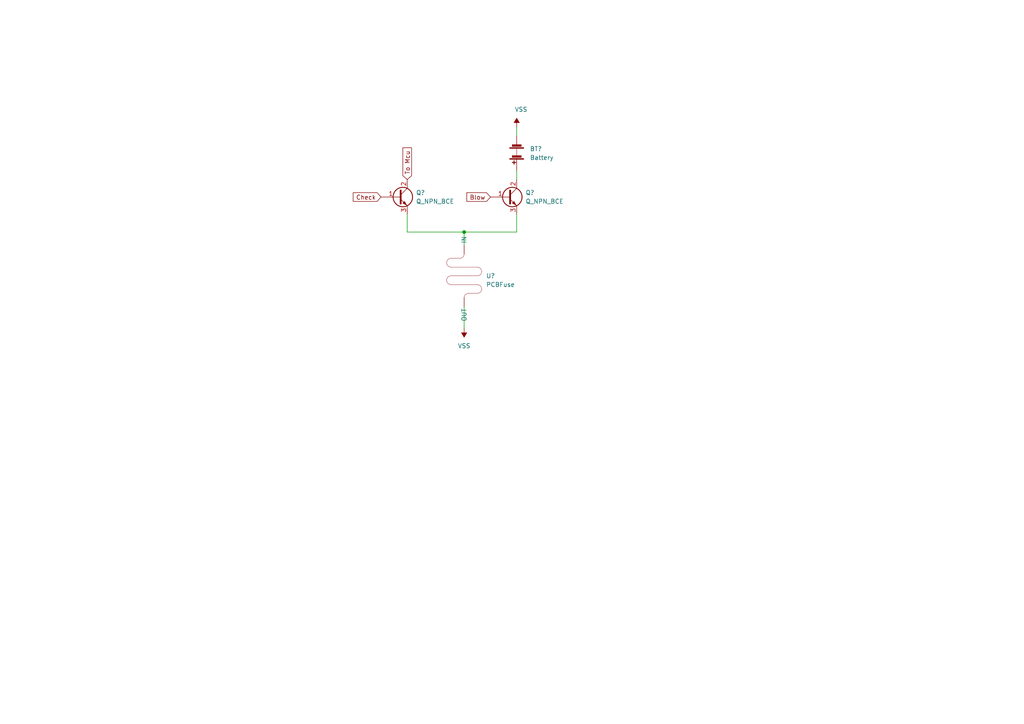
<source format=kicad_sch>
(kicad_sch (version 20210126) (generator eeschema)
  (paper "A4")
  (lib_symbols
    (symbol "Device:Battery" (pin_numbers hide) (pin_names (offset 0) hide)
      (property "Reference" "BT" (at 2.54 2.54 0))
      (property "Value" "Battery" (at 2.54 0 0))
      (symbol "Battery_0_1"
        (rectangle (start -2.032 -1.397) (end 2.032 -1.651) (fill (type outline)))
        (rectangle (start -2.032 1.778) (end 2.032 1.524) (fill (type outline)))
        (rectangle (start -1.3208 -1.9812) (end 1.27 -2.4892) (fill (type outline)))
        (rectangle (start -1.3208 1.1938) (end 1.27 0.6858) (fill (type outline)))
        (polyline (pts (xy 0 -1.524) (xy 0 -1.27)))
        (polyline (pts (xy 0 -1.016) (xy 0 -0.762)))
        (polyline (pts (xy 0 -0.508) (xy 0 -0.254)))
        (polyline (pts (xy 0 0) (xy 0 0.254)))
        (polyline (pts (xy 0 0.508) (xy 0 0.762)))
        (polyline (pts (xy 0 1.778) (xy 0 2.54)))
        (polyline (pts (xy 0.254 2.667) (xy 1.27 2.667)) (stroke (width 0.254)))
        (polyline (pts (xy 0.762 3.175) (xy 0.762 2.159)) (stroke (width 0.254)))
      )
      (symbol "Battery_1_1"
        (pin passive line (at 0 5.08 270) (length 2.54) (name "+") (number "1"))
        (pin passive line (at 0 -5.08 90) (length 2.54) (name "-") (number "2"))
      )
    )
    (symbol "Device:Q_NPN_BCE" (pin_names (offset 0) hide)
      (property "Reference" "Q" (at 5.08 1.27 0))
      (property "Value" "Q_NPN_BCE" (at 5.08 -1.27 0))
      (symbol "Q_NPN_BCE_0_1"
        (circle (center 1.27 0) (radius 2.8194) (stroke (width 0.254)))
        (polyline (pts (xy 0.635 0.635) (xy 2.54 2.54)))
        (polyline (pts (xy 0.635 -0.635) (xy 2.54 -2.54) (xy 2.54 -2.54)))
        (polyline (pts (xy 0.635 1.905) (xy 0.635 -1.905) (xy 0.635 -1.905)) (stroke (width 0.508)))
        (polyline (pts (xy 1.27 -1.778) (xy 1.778 -1.27) (xy 2.286 -2.286) (xy 1.27 -1.778) (xy 1.27 -1.778)) (fill (type outline)))
      )
      (symbol "Q_NPN_BCE_1_1"
        (pin input line (at -5.08 0 0) (length 5.715) (name "B") (number "1"))
        (pin passive line (at 2.54 5.08 270) (length 2.54) (name "C") (number "2"))
        (pin passive line (at 2.54 -5.08 90) (length 2.54) (name "E") (number "3"))
      )
    )
    (symbol "PCBFuse:PCBFuse"
      (property "Reference" "U" (at -8.89 7.62 0))
      (property "Value" "PCBFuse" (at -6.35 10.16 0))
      (symbol "PCBFuse_0_1"
        (arc (start -3.81 6.35) (end -5.08 5.08) (radius (at -3.81 5.08) (length 1.27) (angles 90 180)) (stroke (width 0.0006)))
        (arc (start -5.08 5.08) (end -3.81 3.81) (radius (at -3.81 5.08) (length 1.27) (angles 180 -90)) (stroke (width 0.0006)))
        (arc (start -1.27 6.35) (end 0 7.62) (radius (at -1.27 7.62) (length 1.27) (angles -90 0)) (stroke (width 0.0006)))
        (arc (start 3.81 3.81) (end 5.08 2.54) (radius (at 3.81 2.54) (length 1.27) (angles 90 0)) (stroke (width 0.0006)))
        (arc (start 5.08 2.54) (end 3.81 1.27) (radius (at 3.81 2.54) (length 1.27) (angles 0 -90)) (stroke (width 0.0006)))
        (arc (start -3.81 1.27) (end -5.08 0) (radius (at -3.81 0) (length 1.27) (angles 90 180)) (stroke (width 0.0006)))
        (arc (start -5.08 0) (end -3.81 -1.27) (radius (at -3.81 0) (length 1.27) (angles 180 -90)) (stroke (width 0.0006)))
        (arc (start 5.08 -2.54) (end 3.81 -3.81) (radius (at 3.81 -2.54) (length 1.27) (angles 0 -90)) (stroke (width 0.0006)))
        (arc (start 3.81 -1.27) (end 5.08 -2.54) (radius (at 3.81 -2.54) (length 1.27) (angles 90 0)) (stroke (width 0.0006)))
        (arc (start 1.27 -3.81) (end 1.27 -3.81) (radius (at 1.27 -3.81) (length 0) (angles 0 0)) (stroke (width 0.0006)))
        (arc (start 0 -5.08) (end 1.27 -3.81) (radius (at 1.27 -5.08) (length 1.27) (angles 180 90)) (stroke (width 0.0006)))
        (polyline (pts (xy -3.81 6.35) (xy -1.27 6.35)) (stroke (width 0.0006)))
        (polyline (pts (xy -3.81 3.81) (xy 3.81 3.81)) (stroke (width 0.0006)))
        (polyline (pts (xy -3.81 1.27) (xy 3.81 1.27)) (stroke (width 0.0006)))
        (polyline (pts (xy -3.81 -1.27) (xy 3.81 -1.27)) (stroke (width 0.0006)))
        (polyline (pts (xy 3.81 -3.81) (xy 1.27 -3.81)) (stroke (width 0.0006)))
      )
      (symbol "PCBFuse_1_1"
        (pin input line (at 0 7.62 90) (length 2.54) (name "IN") (number ""))
        (pin input line (at 0 -5.08 270) (length 2.54) (name "OUT") (number ""))
      )
    )
    (symbol "power:VSS" (power) (pin_names (offset 0))
      (property "Value" "VSS" (at 0 3.81 0))
      (symbol "VSS_0_1"
        (polyline (pts (xy 0 0) (xy 0 2.54)))
        (polyline (pts (xy 0.762 1.27) (xy -0.762 1.27) (xy 0 2.54) (xy 0.762 1.27)) (fill (type outline)))
      )
      (symbol "VSS_1_1"
        (pin power_in line (at 0 0 90) (length 0) hide (name "VSS") (number "1"))
      )
    )
  )
  (junction (at 134.62 67.31) (diameter 0.9144))
  (wire (pts (xy 118.11 62.23) (xy 118.11 67.31)))
  (wire (pts (xy 118.11 67.31) (xy 134.62 67.31)))
  (wire (pts (xy 134.62 67.31) (xy 134.62 71.12)))
  (wire (pts (xy 134.62 88.9) (xy 134.62 95.25)))
  (wire (pts (xy 149.86 36.83) (xy 149.86 39.37)))
  (wire (pts (xy 149.86 49.53) (xy 149.86 52.07)))
  (wire (pts (xy 149.86 62.23) (xy 149.86 67.31)))
  (wire (pts (xy 149.86 67.31) (xy 134.62 67.31)))
  (global_label "Check" (shape input) (at 110.49 57.15 180) (property "Intersheet References" "${INTERSHEET_REFS}" (effects hide)))
  (global_label "To Mcu" (shape input) (at 118.11 52.07 90) (property "Intersheet References" "${INTERSHEET_REFS}" (effects hide)))
  (global_label "Blow" (shape input) (at 142.24 57.15 180) (property "Intersheet References" "${INTERSHEET_REFS}" (effects hide)))
  (symbol (lib_id "power:VSS") (at 134.62 95.25 180) (unit 1)
    (property "Reference" "#PWR?" (effects hide))
    (property "Value" "VSS" (at 134.62 100.33 0))
  )
  (symbol (lib_id "power:VSS") (at 149.86 36.83 0) (unit 1)
    (property "Reference" "#PWR?" (effects hide))
    (property "Value" "VSS" (at 151.13 31.75 0))
  )
  (symbol (lib_id "Device:Battery") (at 149.86 44.45 180) (unit 1)
    (property "Reference" "BT?" (at 153.67 43.18 0) (effects (justify right)))
    (property "Value" "Battery" (at 153.67 45.72 0) (effects (justify right)))
  )
  (symbol (lib_id "Device:Q_NPN_BCE") (at 115.57 57.15 0) (unit 1)
    (property "Reference" "Q?" (at 120.65 55.88 0) (effects (justify left)))
    (property "Value" "Q_NPN_BCE" (at 120.65 58.42 0) (effects (justify left)))
  )
  (symbol (lib_id "Device:Q_NPN_BCE") (at 147.32 57.15 0) (unit 1)
    (property "Reference" "Q?" (at 152.4 55.88 0) (effects (justify left)))
    (property "Value" "Q_NPN_BCE" (at 152.4 58.42 0) (effects (justify left)))
  )
  (symbol (lib_id "PCBFuse:PCBFuse") (at 134.62 81.28 0) (unit 1)
    (property "Reference" "U?" (at 140.97 80.01 0) (effects (justify left)))
    (property "Value" "PCBFuse" (at 140.97 82.55 0) (effects (justify left)))
  )
)
</source>
